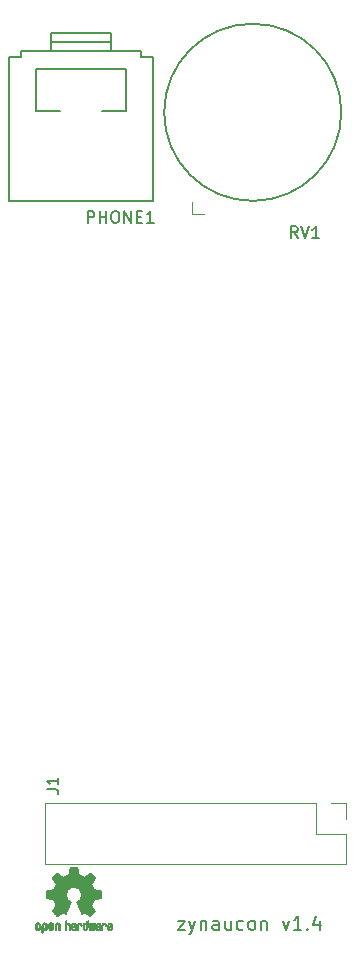
<source format=gbr>
G04 #@! TF.GenerationSoftware,KiCad,Pcbnew,5.0.2-5.fc29*
G04 #@! TF.CreationDate,2021-07-15T17:32:54+02:00*
G04 #@! TF.ProjectId,ZynAudioCon,5a796e41-7564-4696-9f43-6f6e2e6b6963,rev?*
G04 #@! TF.SameCoordinates,Original*
G04 #@! TF.FileFunction,Legend,Top*
G04 #@! TF.FilePolarity,Positive*
%FSLAX46Y46*%
G04 Gerber Fmt 4.6, Leading zero omitted, Abs format (unit mm)*
G04 Created by KiCad (PCBNEW 5.0.2-5.fc29) date jue 15 jul 2021 17:32:54 CEST*
%MOMM*%
%LPD*%
G01*
G04 APERTURE LIST*
%ADD10C,0.130000*%
%ADD11C,0.150000*%
%ADD12C,0.120000*%
%ADD13C,0.010000*%
G04 APERTURE END LIST*
D10*
X93421428Y-121153571D02*
X94023809Y-121153571D01*
X93421428Y-121920238D01*
X94023809Y-121920238D01*
X94352380Y-121153571D02*
X94626190Y-121920238D01*
X94900000Y-121153571D02*
X94626190Y-121920238D01*
X94516666Y-122194047D01*
X94461904Y-122248809D01*
X94352380Y-122303571D01*
X95338095Y-121153571D02*
X95338095Y-121920238D01*
X95338095Y-121263095D02*
X95392857Y-121208333D01*
X95502380Y-121153571D01*
X95666666Y-121153571D01*
X95776190Y-121208333D01*
X95830952Y-121317857D01*
X95830952Y-121920238D01*
X96871428Y-121920238D02*
X96871428Y-121317857D01*
X96816666Y-121208333D01*
X96707142Y-121153571D01*
X96488095Y-121153571D01*
X96378571Y-121208333D01*
X96871428Y-121865476D02*
X96761904Y-121920238D01*
X96488095Y-121920238D01*
X96378571Y-121865476D01*
X96323809Y-121755952D01*
X96323809Y-121646428D01*
X96378571Y-121536904D01*
X96488095Y-121482142D01*
X96761904Y-121482142D01*
X96871428Y-121427380D01*
X97911904Y-121153571D02*
X97911904Y-121920238D01*
X97419047Y-121153571D02*
X97419047Y-121755952D01*
X97473809Y-121865476D01*
X97583333Y-121920238D01*
X97747619Y-121920238D01*
X97857142Y-121865476D01*
X97911904Y-121810714D01*
X98952380Y-121865476D02*
X98842857Y-121920238D01*
X98623809Y-121920238D01*
X98514285Y-121865476D01*
X98459523Y-121810714D01*
X98404761Y-121701190D01*
X98404761Y-121372619D01*
X98459523Y-121263095D01*
X98514285Y-121208333D01*
X98623809Y-121153571D01*
X98842857Y-121153571D01*
X98952380Y-121208333D01*
X99609523Y-121920238D02*
X99500000Y-121865476D01*
X99445238Y-121810714D01*
X99390476Y-121701190D01*
X99390476Y-121372619D01*
X99445238Y-121263095D01*
X99500000Y-121208333D01*
X99609523Y-121153571D01*
X99773809Y-121153571D01*
X99883333Y-121208333D01*
X99938095Y-121263095D01*
X99992857Y-121372619D01*
X99992857Y-121701190D01*
X99938095Y-121810714D01*
X99883333Y-121865476D01*
X99773809Y-121920238D01*
X99609523Y-121920238D01*
X100485714Y-121153571D02*
X100485714Y-121920238D01*
X100485714Y-121263095D02*
X100540476Y-121208333D01*
X100650000Y-121153571D01*
X100814285Y-121153571D01*
X100923809Y-121208333D01*
X100978571Y-121317857D01*
X100978571Y-121920238D01*
X102292857Y-121153571D02*
X102566666Y-121920238D01*
X102840476Y-121153571D01*
X103880952Y-121920238D02*
X103223809Y-121920238D01*
X103552380Y-121920238D02*
X103552380Y-120770238D01*
X103442857Y-120934523D01*
X103333333Y-121044047D01*
X103223809Y-121098809D01*
X104373809Y-121810714D02*
X104428571Y-121865476D01*
X104373809Y-121920238D01*
X104319047Y-121865476D01*
X104373809Y-121810714D01*
X104373809Y-121920238D01*
X105414285Y-121153571D02*
X105414285Y-121920238D01*
X105140476Y-120715476D02*
X104866666Y-121536904D01*
X105578571Y-121536904D01*
D11*
G04 #@! TO.C,PHONE1*
X89060000Y-49018000D02*
X89060000Y-52574000D01*
X90330000Y-47494000D02*
X90330000Y-48002000D01*
X91346000Y-48002000D02*
X90330000Y-48002000D01*
X80170000Y-47748000D02*
X80170000Y-47494000D01*
X82710000Y-45970000D02*
X87790000Y-45970000D01*
X83472000Y-52574000D02*
X81440000Y-52574000D01*
X80170000Y-47494000D02*
X90330000Y-47494000D01*
X82710000Y-46732000D02*
X87790000Y-46732000D01*
X87790000Y-47494000D02*
X87790000Y-45970000D01*
X80170000Y-48002000D02*
X80170000Y-47748000D01*
X82710000Y-45970000D02*
X82710000Y-47494000D01*
X89060000Y-52574000D02*
X87028000Y-52574000D01*
X79154000Y-60194000D02*
X79154000Y-48002000D01*
X91346000Y-60194000D02*
X79154000Y-60194000D01*
X91346000Y-48002000D02*
X91346000Y-60194000D01*
X80170000Y-48002000D02*
X79154000Y-48002000D01*
X81440000Y-49018000D02*
X89060000Y-49018000D01*
X81440000Y-52574000D02*
X81440000Y-49018000D01*
G04 #@! TO.C,RV1*
X107258000Y-52698000D02*
G75*
G03X107258000Y-52698000I-7500000J0D01*
G01*
D12*
X95643700Y-61312300D02*
X94643700Y-61312300D01*
X94643700Y-61312300D02*
X94643700Y-60312300D01*
G04 #@! TO.C,J1*
X107690000Y-111160000D02*
X107690000Y-112490000D01*
X106360000Y-111160000D02*
X107690000Y-111160000D01*
X107690000Y-113760000D02*
X107690000Y-116360000D01*
X105090000Y-113760000D02*
X107690000Y-113760000D01*
X105090000Y-111160000D02*
X105090000Y-113760000D01*
X107690000Y-116360000D02*
X82170000Y-116360000D01*
X105090000Y-111160000D02*
X82170000Y-111160000D01*
X82170000Y-111160000D02*
X82170000Y-116360000D01*
D13*
G04 #@! TO.C,REF\002A\002A*
G36*
X84685910Y-116622348D02*
X84764454Y-116622778D01*
X84821298Y-116623942D01*
X84860105Y-116626207D01*
X84884538Y-116629940D01*
X84898262Y-116635506D01*
X84904940Y-116643273D01*
X84908236Y-116653605D01*
X84908556Y-116654943D01*
X84913562Y-116679079D01*
X84922829Y-116726701D01*
X84935392Y-116792741D01*
X84950287Y-116872128D01*
X84966551Y-116959796D01*
X84967119Y-116962875D01*
X84983410Y-117048789D01*
X84998652Y-117124696D01*
X85011861Y-117186045D01*
X85022054Y-117228282D01*
X85028248Y-117246855D01*
X85028543Y-117247184D01*
X85046788Y-117256253D01*
X85084405Y-117271367D01*
X85133271Y-117289262D01*
X85133543Y-117289358D01*
X85195093Y-117312493D01*
X85267657Y-117341965D01*
X85336057Y-117371597D01*
X85339294Y-117373062D01*
X85450702Y-117423626D01*
X85697399Y-117255160D01*
X85773077Y-117203803D01*
X85841631Y-117157889D01*
X85899088Y-117120030D01*
X85941476Y-117092837D01*
X85964825Y-117078921D01*
X85967042Y-117077889D01*
X85984010Y-117082484D01*
X86015701Y-117104655D01*
X86063352Y-117145447D01*
X86128198Y-117205905D01*
X86194397Y-117270227D01*
X86258214Y-117333612D01*
X86315329Y-117391451D01*
X86362305Y-117440175D01*
X86395703Y-117476210D01*
X86412085Y-117495984D01*
X86412694Y-117497002D01*
X86414505Y-117510572D01*
X86407683Y-117532733D01*
X86390540Y-117566478D01*
X86361393Y-117614800D01*
X86318555Y-117680692D01*
X86261448Y-117765517D01*
X86210766Y-117840177D01*
X86165461Y-117907140D01*
X86128150Y-117962516D01*
X86101452Y-118002420D01*
X86087985Y-118022962D01*
X86087137Y-118024356D01*
X86088781Y-118044038D01*
X86101245Y-118082293D01*
X86122048Y-118131889D01*
X86129462Y-118147728D01*
X86161814Y-118218290D01*
X86196328Y-118298353D01*
X86224365Y-118367629D01*
X86244568Y-118419045D01*
X86260615Y-118458119D01*
X86269888Y-118478541D01*
X86271041Y-118480114D01*
X86288096Y-118482721D01*
X86328298Y-118489863D01*
X86386302Y-118500523D01*
X86456763Y-118513685D01*
X86534335Y-118528333D01*
X86613672Y-118543449D01*
X86689431Y-118558018D01*
X86756264Y-118571022D01*
X86808828Y-118581445D01*
X86841776Y-118588270D01*
X86849857Y-118590199D01*
X86858205Y-118594962D01*
X86864506Y-118605718D01*
X86869045Y-118626098D01*
X86872104Y-118659734D01*
X86873967Y-118710255D01*
X86874918Y-118781292D01*
X86875240Y-118876476D01*
X86875257Y-118915492D01*
X86875257Y-119232799D01*
X86799057Y-119247839D01*
X86756663Y-119255995D01*
X86693400Y-119267899D01*
X86616962Y-119282116D01*
X86535043Y-119297210D01*
X86512400Y-119301355D01*
X86436806Y-119316053D01*
X86370953Y-119330505D01*
X86320366Y-119343375D01*
X86290574Y-119353322D01*
X86285612Y-119356287D01*
X86273426Y-119377283D01*
X86255953Y-119417967D01*
X86236577Y-119470322D01*
X86232734Y-119481600D01*
X86207339Y-119551523D01*
X86175817Y-119630418D01*
X86144969Y-119701266D01*
X86144817Y-119701595D01*
X86093447Y-119812733D01*
X86262399Y-120061253D01*
X86431352Y-120309772D01*
X86214429Y-120527058D01*
X86148819Y-120591726D01*
X86088979Y-120648733D01*
X86038267Y-120695033D01*
X86000046Y-120727584D01*
X85977675Y-120743343D01*
X85974466Y-120744343D01*
X85955626Y-120736469D01*
X85917180Y-120714578D01*
X85863330Y-120681267D01*
X85798276Y-120639131D01*
X85727940Y-120591943D01*
X85656555Y-120543810D01*
X85592908Y-120501928D01*
X85541041Y-120468871D01*
X85504995Y-120447218D01*
X85488867Y-120439543D01*
X85469189Y-120446037D01*
X85431875Y-120463150D01*
X85384621Y-120487326D01*
X85379612Y-120490013D01*
X85315977Y-120521927D01*
X85272341Y-120537579D01*
X85245202Y-120537745D01*
X85231057Y-120523204D01*
X85230975Y-120523000D01*
X85223905Y-120505779D01*
X85207042Y-120464899D01*
X85181695Y-120403525D01*
X85149171Y-120324819D01*
X85110778Y-120231947D01*
X85067822Y-120128072D01*
X85026222Y-120027502D01*
X84980504Y-119916516D01*
X84938526Y-119813703D01*
X84901548Y-119722215D01*
X84870827Y-119645201D01*
X84847622Y-119585815D01*
X84833190Y-119547209D01*
X84828743Y-119532800D01*
X84839896Y-119516272D01*
X84869069Y-119489930D01*
X84907971Y-119460887D01*
X85018757Y-119369039D01*
X85105351Y-119263759D01*
X85166716Y-119147266D01*
X85201815Y-119021776D01*
X85209608Y-118889507D01*
X85203943Y-118828457D01*
X85173078Y-118701795D01*
X85119920Y-118589941D01*
X85047767Y-118494001D01*
X84959917Y-118415076D01*
X84859665Y-118354270D01*
X84750310Y-118312687D01*
X84635147Y-118291428D01*
X84517475Y-118291599D01*
X84400590Y-118314301D01*
X84287789Y-118360638D01*
X84182369Y-118431713D01*
X84138368Y-118471911D01*
X84053979Y-118575129D01*
X83995222Y-118687925D01*
X83961704Y-118807010D01*
X83953035Y-118929095D01*
X83968823Y-119050893D01*
X84008678Y-119169116D01*
X84072207Y-119280475D01*
X84159021Y-119381684D01*
X84256029Y-119460887D01*
X84296437Y-119491162D01*
X84324982Y-119517219D01*
X84335257Y-119532825D01*
X84329877Y-119549843D01*
X84314575Y-119590500D01*
X84290612Y-119651642D01*
X84259244Y-119730119D01*
X84221732Y-119822780D01*
X84179333Y-119926472D01*
X84137663Y-120027526D01*
X84091690Y-120138607D01*
X84049107Y-120241541D01*
X84011221Y-120333165D01*
X83979340Y-120410316D01*
X83954771Y-120469831D01*
X83938820Y-120508544D01*
X83932910Y-120523000D01*
X83918948Y-120537685D01*
X83891940Y-120537642D01*
X83848413Y-120522099D01*
X83784890Y-120490284D01*
X83784388Y-120490013D01*
X83736560Y-120465323D01*
X83697897Y-120447338D01*
X83676095Y-120439614D01*
X83675133Y-120439543D01*
X83658721Y-120447378D01*
X83622487Y-120469165D01*
X83570474Y-120502328D01*
X83506725Y-120544291D01*
X83436060Y-120591943D01*
X83364116Y-120640191D01*
X83299274Y-120682151D01*
X83245735Y-120715227D01*
X83207697Y-120736821D01*
X83189533Y-120744343D01*
X83172808Y-120734457D01*
X83139180Y-120706826D01*
X83092010Y-120664495D01*
X83034658Y-120610505D01*
X82970484Y-120547899D01*
X82949497Y-120526983D01*
X82732499Y-120309623D01*
X82897668Y-120067220D01*
X82947864Y-119992781D01*
X82991919Y-119925972D01*
X83027362Y-119870665D01*
X83051719Y-119830729D01*
X83062522Y-119810036D01*
X83062838Y-119808563D01*
X83057143Y-119789058D01*
X83041826Y-119749822D01*
X83019537Y-119697430D01*
X83003893Y-119662355D01*
X82974641Y-119595201D01*
X82947094Y-119527358D01*
X82925737Y-119470034D01*
X82919935Y-119452572D01*
X82903452Y-119405938D01*
X82887340Y-119369905D01*
X82878490Y-119356287D01*
X82858960Y-119347952D01*
X82816334Y-119336137D01*
X82756145Y-119322181D01*
X82683922Y-119307422D01*
X82651600Y-119301355D01*
X82569522Y-119286273D01*
X82490795Y-119271669D01*
X82423109Y-119258980D01*
X82374160Y-119249642D01*
X82364943Y-119247839D01*
X82288743Y-119232799D01*
X82288743Y-118915492D01*
X82288914Y-118811154D01*
X82289616Y-118732213D01*
X82291134Y-118675038D01*
X82293749Y-118635999D01*
X82297746Y-118611465D01*
X82303409Y-118597805D01*
X82311020Y-118591389D01*
X82314143Y-118590199D01*
X82332978Y-118585980D01*
X82374588Y-118577562D01*
X82433630Y-118565961D01*
X82504757Y-118552195D01*
X82582625Y-118537280D01*
X82661887Y-118522232D01*
X82737198Y-118508069D01*
X82803213Y-118495806D01*
X82854587Y-118486461D01*
X82885975Y-118481050D01*
X82892959Y-118480114D01*
X82899285Y-118467596D01*
X82913290Y-118434246D01*
X82932355Y-118386377D01*
X82939634Y-118367629D01*
X82968996Y-118295195D01*
X83003571Y-118215170D01*
X83034537Y-118147728D01*
X83057323Y-118096159D01*
X83072482Y-118053785D01*
X83077542Y-118027834D01*
X83076736Y-118024356D01*
X83066041Y-118007936D01*
X83041620Y-117971417D01*
X83006095Y-117918687D01*
X82962087Y-117853635D01*
X82912217Y-117780151D01*
X82902356Y-117765645D01*
X82844492Y-117679704D01*
X82801956Y-117614261D01*
X82773054Y-117566304D01*
X82756090Y-117532820D01*
X82749367Y-117510795D01*
X82751190Y-117497217D01*
X82751236Y-117497131D01*
X82765586Y-117479297D01*
X82797323Y-117444817D01*
X82843010Y-117397268D01*
X82899204Y-117340222D01*
X82962468Y-117277255D01*
X82969602Y-117270227D01*
X83049330Y-117193020D01*
X83110857Y-117136330D01*
X83155421Y-117099110D01*
X83184257Y-117080315D01*
X83196958Y-117077889D01*
X83215494Y-117088471D01*
X83253961Y-117112916D01*
X83308386Y-117148612D01*
X83374798Y-117192947D01*
X83449225Y-117243311D01*
X83466601Y-117255160D01*
X83713297Y-117423626D01*
X83824706Y-117373062D01*
X83892457Y-117343595D01*
X83965183Y-117313959D01*
X84027703Y-117290330D01*
X84030457Y-117289358D01*
X84079360Y-117271457D01*
X84117057Y-117256320D01*
X84135425Y-117247210D01*
X84135456Y-117247184D01*
X84141285Y-117230717D01*
X84151192Y-117190219D01*
X84164195Y-117130242D01*
X84179309Y-117055340D01*
X84195552Y-116970064D01*
X84196881Y-116962875D01*
X84213175Y-116875014D01*
X84228133Y-116795260D01*
X84240791Y-116728681D01*
X84250186Y-116680347D01*
X84255354Y-116655325D01*
X84255444Y-116654943D01*
X84258589Y-116644299D01*
X84264704Y-116636262D01*
X84277453Y-116630467D01*
X84300500Y-116626547D01*
X84337509Y-116624135D01*
X84392144Y-116622865D01*
X84468067Y-116622371D01*
X84568944Y-116622286D01*
X84582000Y-116622286D01*
X84685910Y-116622348D01*
X84685910Y-116622348D01*
G37*
X84685910Y-116622348D02*
X84764454Y-116622778D01*
X84821298Y-116623942D01*
X84860105Y-116626207D01*
X84884538Y-116629940D01*
X84898262Y-116635506D01*
X84904940Y-116643273D01*
X84908236Y-116653605D01*
X84908556Y-116654943D01*
X84913562Y-116679079D01*
X84922829Y-116726701D01*
X84935392Y-116792741D01*
X84950287Y-116872128D01*
X84966551Y-116959796D01*
X84967119Y-116962875D01*
X84983410Y-117048789D01*
X84998652Y-117124696D01*
X85011861Y-117186045D01*
X85022054Y-117228282D01*
X85028248Y-117246855D01*
X85028543Y-117247184D01*
X85046788Y-117256253D01*
X85084405Y-117271367D01*
X85133271Y-117289262D01*
X85133543Y-117289358D01*
X85195093Y-117312493D01*
X85267657Y-117341965D01*
X85336057Y-117371597D01*
X85339294Y-117373062D01*
X85450702Y-117423626D01*
X85697399Y-117255160D01*
X85773077Y-117203803D01*
X85841631Y-117157889D01*
X85899088Y-117120030D01*
X85941476Y-117092837D01*
X85964825Y-117078921D01*
X85967042Y-117077889D01*
X85984010Y-117082484D01*
X86015701Y-117104655D01*
X86063352Y-117145447D01*
X86128198Y-117205905D01*
X86194397Y-117270227D01*
X86258214Y-117333612D01*
X86315329Y-117391451D01*
X86362305Y-117440175D01*
X86395703Y-117476210D01*
X86412085Y-117495984D01*
X86412694Y-117497002D01*
X86414505Y-117510572D01*
X86407683Y-117532733D01*
X86390540Y-117566478D01*
X86361393Y-117614800D01*
X86318555Y-117680692D01*
X86261448Y-117765517D01*
X86210766Y-117840177D01*
X86165461Y-117907140D01*
X86128150Y-117962516D01*
X86101452Y-118002420D01*
X86087985Y-118022962D01*
X86087137Y-118024356D01*
X86088781Y-118044038D01*
X86101245Y-118082293D01*
X86122048Y-118131889D01*
X86129462Y-118147728D01*
X86161814Y-118218290D01*
X86196328Y-118298353D01*
X86224365Y-118367629D01*
X86244568Y-118419045D01*
X86260615Y-118458119D01*
X86269888Y-118478541D01*
X86271041Y-118480114D01*
X86288096Y-118482721D01*
X86328298Y-118489863D01*
X86386302Y-118500523D01*
X86456763Y-118513685D01*
X86534335Y-118528333D01*
X86613672Y-118543449D01*
X86689431Y-118558018D01*
X86756264Y-118571022D01*
X86808828Y-118581445D01*
X86841776Y-118588270D01*
X86849857Y-118590199D01*
X86858205Y-118594962D01*
X86864506Y-118605718D01*
X86869045Y-118626098D01*
X86872104Y-118659734D01*
X86873967Y-118710255D01*
X86874918Y-118781292D01*
X86875240Y-118876476D01*
X86875257Y-118915492D01*
X86875257Y-119232799D01*
X86799057Y-119247839D01*
X86756663Y-119255995D01*
X86693400Y-119267899D01*
X86616962Y-119282116D01*
X86535043Y-119297210D01*
X86512400Y-119301355D01*
X86436806Y-119316053D01*
X86370953Y-119330505D01*
X86320366Y-119343375D01*
X86290574Y-119353322D01*
X86285612Y-119356287D01*
X86273426Y-119377283D01*
X86255953Y-119417967D01*
X86236577Y-119470322D01*
X86232734Y-119481600D01*
X86207339Y-119551523D01*
X86175817Y-119630418D01*
X86144969Y-119701266D01*
X86144817Y-119701595D01*
X86093447Y-119812733D01*
X86262399Y-120061253D01*
X86431352Y-120309772D01*
X86214429Y-120527058D01*
X86148819Y-120591726D01*
X86088979Y-120648733D01*
X86038267Y-120695033D01*
X86000046Y-120727584D01*
X85977675Y-120743343D01*
X85974466Y-120744343D01*
X85955626Y-120736469D01*
X85917180Y-120714578D01*
X85863330Y-120681267D01*
X85798276Y-120639131D01*
X85727940Y-120591943D01*
X85656555Y-120543810D01*
X85592908Y-120501928D01*
X85541041Y-120468871D01*
X85504995Y-120447218D01*
X85488867Y-120439543D01*
X85469189Y-120446037D01*
X85431875Y-120463150D01*
X85384621Y-120487326D01*
X85379612Y-120490013D01*
X85315977Y-120521927D01*
X85272341Y-120537579D01*
X85245202Y-120537745D01*
X85231057Y-120523204D01*
X85230975Y-120523000D01*
X85223905Y-120505779D01*
X85207042Y-120464899D01*
X85181695Y-120403525D01*
X85149171Y-120324819D01*
X85110778Y-120231947D01*
X85067822Y-120128072D01*
X85026222Y-120027502D01*
X84980504Y-119916516D01*
X84938526Y-119813703D01*
X84901548Y-119722215D01*
X84870827Y-119645201D01*
X84847622Y-119585815D01*
X84833190Y-119547209D01*
X84828743Y-119532800D01*
X84839896Y-119516272D01*
X84869069Y-119489930D01*
X84907971Y-119460887D01*
X85018757Y-119369039D01*
X85105351Y-119263759D01*
X85166716Y-119147266D01*
X85201815Y-119021776D01*
X85209608Y-118889507D01*
X85203943Y-118828457D01*
X85173078Y-118701795D01*
X85119920Y-118589941D01*
X85047767Y-118494001D01*
X84959917Y-118415076D01*
X84859665Y-118354270D01*
X84750310Y-118312687D01*
X84635147Y-118291428D01*
X84517475Y-118291599D01*
X84400590Y-118314301D01*
X84287789Y-118360638D01*
X84182369Y-118431713D01*
X84138368Y-118471911D01*
X84053979Y-118575129D01*
X83995222Y-118687925D01*
X83961704Y-118807010D01*
X83953035Y-118929095D01*
X83968823Y-119050893D01*
X84008678Y-119169116D01*
X84072207Y-119280475D01*
X84159021Y-119381684D01*
X84256029Y-119460887D01*
X84296437Y-119491162D01*
X84324982Y-119517219D01*
X84335257Y-119532825D01*
X84329877Y-119549843D01*
X84314575Y-119590500D01*
X84290612Y-119651642D01*
X84259244Y-119730119D01*
X84221732Y-119822780D01*
X84179333Y-119926472D01*
X84137663Y-120027526D01*
X84091690Y-120138607D01*
X84049107Y-120241541D01*
X84011221Y-120333165D01*
X83979340Y-120410316D01*
X83954771Y-120469831D01*
X83938820Y-120508544D01*
X83932910Y-120523000D01*
X83918948Y-120537685D01*
X83891940Y-120537642D01*
X83848413Y-120522099D01*
X83784890Y-120490284D01*
X83784388Y-120490013D01*
X83736560Y-120465323D01*
X83697897Y-120447338D01*
X83676095Y-120439614D01*
X83675133Y-120439543D01*
X83658721Y-120447378D01*
X83622487Y-120469165D01*
X83570474Y-120502328D01*
X83506725Y-120544291D01*
X83436060Y-120591943D01*
X83364116Y-120640191D01*
X83299274Y-120682151D01*
X83245735Y-120715227D01*
X83207697Y-120736821D01*
X83189533Y-120744343D01*
X83172808Y-120734457D01*
X83139180Y-120706826D01*
X83092010Y-120664495D01*
X83034658Y-120610505D01*
X82970484Y-120547899D01*
X82949497Y-120526983D01*
X82732499Y-120309623D01*
X82897668Y-120067220D01*
X82947864Y-119992781D01*
X82991919Y-119925972D01*
X83027362Y-119870665D01*
X83051719Y-119830729D01*
X83062522Y-119810036D01*
X83062838Y-119808563D01*
X83057143Y-119789058D01*
X83041826Y-119749822D01*
X83019537Y-119697430D01*
X83003893Y-119662355D01*
X82974641Y-119595201D01*
X82947094Y-119527358D01*
X82925737Y-119470034D01*
X82919935Y-119452572D01*
X82903452Y-119405938D01*
X82887340Y-119369905D01*
X82878490Y-119356287D01*
X82858960Y-119347952D01*
X82816334Y-119336137D01*
X82756145Y-119322181D01*
X82683922Y-119307422D01*
X82651600Y-119301355D01*
X82569522Y-119286273D01*
X82490795Y-119271669D01*
X82423109Y-119258980D01*
X82374160Y-119249642D01*
X82364943Y-119247839D01*
X82288743Y-119232799D01*
X82288743Y-118915492D01*
X82288914Y-118811154D01*
X82289616Y-118732213D01*
X82291134Y-118675038D01*
X82293749Y-118635999D01*
X82297746Y-118611465D01*
X82303409Y-118597805D01*
X82311020Y-118591389D01*
X82314143Y-118590199D01*
X82332978Y-118585980D01*
X82374588Y-118577562D01*
X82433630Y-118565961D01*
X82504757Y-118552195D01*
X82582625Y-118537280D01*
X82661887Y-118522232D01*
X82737198Y-118508069D01*
X82803213Y-118495806D01*
X82854587Y-118486461D01*
X82885975Y-118481050D01*
X82892959Y-118480114D01*
X82899285Y-118467596D01*
X82913290Y-118434246D01*
X82932355Y-118386377D01*
X82939634Y-118367629D01*
X82968996Y-118295195D01*
X83003571Y-118215170D01*
X83034537Y-118147728D01*
X83057323Y-118096159D01*
X83072482Y-118053785D01*
X83077542Y-118027834D01*
X83076736Y-118024356D01*
X83066041Y-118007936D01*
X83041620Y-117971417D01*
X83006095Y-117918687D01*
X82962087Y-117853635D01*
X82912217Y-117780151D01*
X82902356Y-117765645D01*
X82844492Y-117679704D01*
X82801956Y-117614261D01*
X82773054Y-117566304D01*
X82756090Y-117532820D01*
X82749367Y-117510795D01*
X82751190Y-117497217D01*
X82751236Y-117497131D01*
X82765586Y-117479297D01*
X82797323Y-117444817D01*
X82843010Y-117397268D01*
X82899204Y-117340222D01*
X82962468Y-117277255D01*
X82969602Y-117270227D01*
X83049330Y-117193020D01*
X83110857Y-117136330D01*
X83155421Y-117099110D01*
X83184257Y-117080315D01*
X83196958Y-117077889D01*
X83215494Y-117088471D01*
X83253961Y-117112916D01*
X83308386Y-117148612D01*
X83374798Y-117192947D01*
X83449225Y-117243311D01*
X83466601Y-117255160D01*
X83713297Y-117423626D01*
X83824706Y-117373062D01*
X83892457Y-117343595D01*
X83965183Y-117313959D01*
X84027703Y-117290330D01*
X84030457Y-117289358D01*
X84079360Y-117271457D01*
X84117057Y-117256320D01*
X84135425Y-117247210D01*
X84135456Y-117247184D01*
X84141285Y-117230717D01*
X84151192Y-117190219D01*
X84164195Y-117130242D01*
X84179309Y-117055340D01*
X84195552Y-116970064D01*
X84196881Y-116962875D01*
X84213175Y-116875014D01*
X84228133Y-116795260D01*
X84240791Y-116728681D01*
X84250186Y-116680347D01*
X84255354Y-116655325D01*
X84255444Y-116654943D01*
X84258589Y-116644299D01*
X84264704Y-116636262D01*
X84277453Y-116630467D01*
X84300500Y-116626547D01*
X84337509Y-116624135D01*
X84392144Y-116622865D01*
X84468067Y-116622371D01*
X84568944Y-116622286D01*
X84582000Y-116622286D01*
X84685910Y-116622348D01*
G36*
X87735595Y-121346966D02*
X87793021Y-121384497D01*
X87820719Y-121418096D01*
X87842662Y-121479064D01*
X87844405Y-121527308D01*
X87840457Y-121591816D01*
X87691686Y-121656934D01*
X87619349Y-121690202D01*
X87572084Y-121716964D01*
X87547507Y-121740144D01*
X87543237Y-121762667D01*
X87556889Y-121787455D01*
X87571943Y-121803886D01*
X87615746Y-121830235D01*
X87663389Y-121832081D01*
X87707145Y-121811546D01*
X87739289Y-121770752D01*
X87745038Y-121756347D01*
X87772576Y-121711356D01*
X87804258Y-121692182D01*
X87847714Y-121675779D01*
X87847714Y-121737966D01*
X87843872Y-121780283D01*
X87828823Y-121815969D01*
X87797280Y-121856943D01*
X87792592Y-121862267D01*
X87757506Y-121898720D01*
X87727347Y-121918283D01*
X87689615Y-121927283D01*
X87658335Y-121930230D01*
X87602385Y-121930965D01*
X87562555Y-121921660D01*
X87537708Y-121907846D01*
X87498656Y-121877467D01*
X87471625Y-121844613D01*
X87454517Y-121803294D01*
X87445238Y-121747521D01*
X87441693Y-121671305D01*
X87441410Y-121632622D01*
X87442372Y-121586247D01*
X87530007Y-121586247D01*
X87531023Y-121611126D01*
X87533556Y-121615200D01*
X87550274Y-121609665D01*
X87586249Y-121595017D01*
X87634331Y-121574190D01*
X87644386Y-121569714D01*
X87705152Y-121538814D01*
X87738632Y-121511657D01*
X87745990Y-121486220D01*
X87728391Y-121460481D01*
X87713856Y-121449109D01*
X87661410Y-121426364D01*
X87612322Y-121430122D01*
X87571227Y-121457884D01*
X87542758Y-121507152D01*
X87533631Y-121546257D01*
X87530007Y-121586247D01*
X87442372Y-121586247D01*
X87443285Y-121542249D01*
X87450196Y-121475384D01*
X87463884Y-121426695D01*
X87486096Y-121390849D01*
X87518574Y-121362513D01*
X87532733Y-121353355D01*
X87597053Y-121329507D01*
X87667473Y-121328006D01*
X87735595Y-121346966D01*
X87735595Y-121346966D01*
G37*
X87735595Y-121346966D02*
X87793021Y-121384497D01*
X87820719Y-121418096D01*
X87842662Y-121479064D01*
X87844405Y-121527308D01*
X87840457Y-121591816D01*
X87691686Y-121656934D01*
X87619349Y-121690202D01*
X87572084Y-121716964D01*
X87547507Y-121740144D01*
X87543237Y-121762667D01*
X87556889Y-121787455D01*
X87571943Y-121803886D01*
X87615746Y-121830235D01*
X87663389Y-121832081D01*
X87707145Y-121811546D01*
X87739289Y-121770752D01*
X87745038Y-121756347D01*
X87772576Y-121711356D01*
X87804258Y-121692182D01*
X87847714Y-121675779D01*
X87847714Y-121737966D01*
X87843872Y-121780283D01*
X87828823Y-121815969D01*
X87797280Y-121856943D01*
X87792592Y-121862267D01*
X87757506Y-121898720D01*
X87727347Y-121918283D01*
X87689615Y-121927283D01*
X87658335Y-121930230D01*
X87602385Y-121930965D01*
X87562555Y-121921660D01*
X87537708Y-121907846D01*
X87498656Y-121877467D01*
X87471625Y-121844613D01*
X87454517Y-121803294D01*
X87445238Y-121747521D01*
X87441693Y-121671305D01*
X87441410Y-121632622D01*
X87442372Y-121586247D01*
X87530007Y-121586247D01*
X87531023Y-121611126D01*
X87533556Y-121615200D01*
X87550274Y-121609665D01*
X87586249Y-121595017D01*
X87634331Y-121574190D01*
X87644386Y-121569714D01*
X87705152Y-121538814D01*
X87738632Y-121511657D01*
X87745990Y-121486220D01*
X87728391Y-121460481D01*
X87713856Y-121449109D01*
X87661410Y-121426364D01*
X87612322Y-121430122D01*
X87571227Y-121457884D01*
X87542758Y-121507152D01*
X87533631Y-121546257D01*
X87530007Y-121586247D01*
X87442372Y-121586247D01*
X87443285Y-121542249D01*
X87450196Y-121475384D01*
X87463884Y-121426695D01*
X87486096Y-121390849D01*
X87518574Y-121362513D01*
X87532733Y-121353355D01*
X87597053Y-121329507D01*
X87667473Y-121328006D01*
X87735595Y-121346966D01*
G36*
X87234600Y-121338752D02*
X87251948Y-121346334D01*
X87293356Y-121379128D01*
X87328765Y-121426547D01*
X87350664Y-121477151D01*
X87354229Y-121502098D01*
X87342279Y-121536927D01*
X87316067Y-121555357D01*
X87287964Y-121566516D01*
X87275095Y-121568572D01*
X87268829Y-121553649D01*
X87256456Y-121521175D01*
X87251028Y-121506502D01*
X87220590Y-121455744D01*
X87176520Y-121430427D01*
X87120010Y-121431206D01*
X87115825Y-121432203D01*
X87085655Y-121446507D01*
X87063476Y-121474393D01*
X87048327Y-121519287D01*
X87039250Y-121584615D01*
X87035286Y-121673804D01*
X87034914Y-121721261D01*
X87034730Y-121796071D01*
X87033522Y-121847069D01*
X87030309Y-121879471D01*
X87024109Y-121898495D01*
X87013940Y-121909356D01*
X86998819Y-121917272D01*
X86997946Y-121917670D01*
X86968828Y-121929981D01*
X86954403Y-121934514D01*
X86952186Y-121920809D01*
X86950289Y-121882925D01*
X86948847Y-121825715D01*
X86947998Y-121754027D01*
X86947829Y-121701565D01*
X86948692Y-121600047D01*
X86952070Y-121523032D01*
X86959142Y-121466023D01*
X86971088Y-121424526D01*
X86989090Y-121394043D01*
X87014327Y-121370080D01*
X87039247Y-121353355D01*
X87099171Y-121331097D01*
X87168911Y-121326076D01*
X87234600Y-121338752D01*
X87234600Y-121338752D01*
G37*
X87234600Y-121338752D02*
X87251948Y-121346334D01*
X87293356Y-121379128D01*
X87328765Y-121426547D01*
X87350664Y-121477151D01*
X87354229Y-121502098D01*
X87342279Y-121536927D01*
X87316067Y-121555357D01*
X87287964Y-121566516D01*
X87275095Y-121568572D01*
X87268829Y-121553649D01*
X87256456Y-121521175D01*
X87251028Y-121506502D01*
X87220590Y-121455744D01*
X87176520Y-121430427D01*
X87120010Y-121431206D01*
X87115825Y-121432203D01*
X87085655Y-121446507D01*
X87063476Y-121474393D01*
X87048327Y-121519287D01*
X87039250Y-121584615D01*
X87035286Y-121673804D01*
X87034914Y-121721261D01*
X87034730Y-121796071D01*
X87033522Y-121847069D01*
X87030309Y-121879471D01*
X87024109Y-121898495D01*
X87013940Y-121909356D01*
X86998819Y-121917272D01*
X86997946Y-121917670D01*
X86968828Y-121929981D01*
X86954403Y-121934514D01*
X86952186Y-121920809D01*
X86950289Y-121882925D01*
X86948847Y-121825715D01*
X86947998Y-121754027D01*
X86947829Y-121701565D01*
X86948692Y-121600047D01*
X86952070Y-121523032D01*
X86959142Y-121466023D01*
X86971088Y-121424526D01*
X86989090Y-121394043D01*
X87014327Y-121370080D01*
X87039247Y-121353355D01*
X87099171Y-121331097D01*
X87168911Y-121326076D01*
X87234600Y-121338752D01*
G36*
X86726876Y-121336335D02*
X86768667Y-121355344D01*
X86801469Y-121378378D01*
X86825503Y-121404133D01*
X86842097Y-121437358D01*
X86852577Y-121482800D01*
X86858271Y-121545207D01*
X86860507Y-121629327D01*
X86860743Y-121684721D01*
X86860743Y-121900826D01*
X86823774Y-121917670D01*
X86794656Y-121929981D01*
X86780231Y-121934514D01*
X86777472Y-121921025D01*
X86775282Y-121884653D01*
X86773942Y-121831542D01*
X86773657Y-121789372D01*
X86772434Y-121728447D01*
X86769136Y-121680115D01*
X86764321Y-121650518D01*
X86760496Y-121644229D01*
X86734783Y-121650652D01*
X86694418Y-121667125D01*
X86647679Y-121689458D01*
X86602845Y-121713457D01*
X86568193Y-121734930D01*
X86552002Y-121749685D01*
X86551938Y-121749845D01*
X86553330Y-121777152D01*
X86565818Y-121803219D01*
X86587743Y-121824392D01*
X86619743Y-121831474D01*
X86647092Y-121830649D01*
X86685826Y-121830042D01*
X86706158Y-121839116D01*
X86718369Y-121863092D01*
X86719909Y-121867613D01*
X86725203Y-121901806D01*
X86711047Y-121922568D01*
X86674148Y-121932462D01*
X86634289Y-121934292D01*
X86562562Y-121920727D01*
X86525432Y-121901355D01*
X86479576Y-121855845D01*
X86455256Y-121799983D01*
X86453073Y-121740957D01*
X86473629Y-121685953D01*
X86504549Y-121651486D01*
X86535420Y-121632189D01*
X86583942Y-121607759D01*
X86640485Y-121582985D01*
X86649910Y-121579199D01*
X86712019Y-121551791D01*
X86747822Y-121527634D01*
X86759337Y-121503619D01*
X86748580Y-121476635D01*
X86730114Y-121455543D01*
X86686469Y-121429572D01*
X86638446Y-121427624D01*
X86594406Y-121447637D01*
X86562709Y-121487551D01*
X86558549Y-121497848D01*
X86534327Y-121535724D01*
X86498965Y-121563842D01*
X86454343Y-121586917D01*
X86454343Y-121521485D01*
X86456969Y-121481506D01*
X86468230Y-121449997D01*
X86493199Y-121416378D01*
X86517169Y-121390484D01*
X86554441Y-121353817D01*
X86583401Y-121334121D01*
X86614505Y-121326220D01*
X86649713Y-121324914D01*
X86726876Y-121336335D01*
X86726876Y-121336335D01*
G37*
X86726876Y-121336335D02*
X86768667Y-121355344D01*
X86801469Y-121378378D01*
X86825503Y-121404133D01*
X86842097Y-121437358D01*
X86852577Y-121482800D01*
X86858271Y-121545207D01*
X86860507Y-121629327D01*
X86860743Y-121684721D01*
X86860743Y-121900826D01*
X86823774Y-121917670D01*
X86794656Y-121929981D01*
X86780231Y-121934514D01*
X86777472Y-121921025D01*
X86775282Y-121884653D01*
X86773942Y-121831542D01*
X86773657Y-121789372D01*
X86772434Y-121728447D01*
X86769136Y-121680115D01*
X86764321Y-121650518D01*
X86760496Y-121644229D01*
X86734783Y-121650652D01*
X86694418Y-121667125D01*
X86647679Y-121689458D01*
X86602845Y-121713457D01*
X86568193Y-121734930D01*
X86552002Y-121749685D01*
X86551938Y-121749845D01*
X86553330Y-121777152D01*
X86565818Y-121803219D01*
X86587743Y-121824392D01*
X86619743Y-121831474D01*
X86647092Y-121830649D01*
X86685826Y-121830042D01*
X86706158Y-121839116D01*
X86718369Y-121863092D01*
X86719909Y-121867613D01*
X86725203Y-121901806D01*
X86711047Y-121922568D01*
X86674148Y-121932462D01*
X86634289Y-121934292D01*
X86562562Y-121920727D01*
X86525432Y-121901355D01*
X86479576Y-121855845D01*
X86455256Y-121799983D01*
X86453073Y-121740957D01*
X86473629Y-121685953D01*
X86504549Y-121651486D01*
X86535420Y-121632189D01*
X86583942Y-121607759D01*
X86640485Y-121582985D01*
X86649910Y-121579199D01*
X86712019Y-121551791D01*
X86747822Y-121527634D01*
X86759337Y-121503619D01*
X86748580Y-121476635D01*
X86730114Y-121455543D01*
X86686469Y-121429572D01*
X86638446Y-121427624D01*
X86594406Y-121447637D01*
X86562709Y-121487551D01*
X86558549Y-121497848D01*
X86534327Y-121535724D01*
X86498965Y-121563842D01*
X86454343Y-121586917D01*
X86454343Y-121521485D01*
X86456969Y-121481506D01*
X86468230Y-121449997D01*
X86493199Y-121416378D01*
X86517169Y-121390484D01*
X86554441Y-121353817D01*
X86583401Y-121334121D01*
X86614505Y-121326220D01*
X86649713Y-121324914D01*
X86726876Y-121336335D01*
G36*
X86361833Y-121338663D02*
X86364048Y-121376850D01*
X86365784Y-121434886D01*
X86366899Y-121508180D01*
X86367257Y-121585055D01*
X86367257Y-121845196D01*
X86321326Y-121891127D01*
X86289675Y-121919429D01*
X86261890Y-121930893D01*
X86223915Y-121930168D01*
X86208840Y-121928321D01*
X86161726Y-121922948D01*
X86122756Y-121919869D01*
X86113257Y-121919585D01*
X86081233Y-121921445D01*
X86035432Y-121926114D01*
X86017674Y-121928321D01*
X85974057Y-121931735D01*
X85944745Y-121924320D01*
X85915680Y-121901427D01*
X85905188Y-121891127D01*
X85859257Y-121845196D01*
X85859257Y-121358602D01*
X85896226Y-121341758D01*
X85928059Y-121329282D01*
X85946683Y-121324914D01*
X85951458Y-121338718D01*
X85955921Y-121377286D01*
X85959775Y-121436356D01*
X85962722Y-121511663D01*
X85964143Y-121575286D01*
X85968114Y-121825657D01*
X86002759Y-121830556D01*
X86034268Y-121827131D01*
X86049708Y-121816041D01*
X86054023Y-121795308D01*
X86057708Y-121751145D01*
X86060469Y-121689146D01*
X86062012Y-121614909D01*
X86062235Y-121576706D01*
X86062457Y-121356783D01*
X86108166Y-121340849D01*
X86140518Y-121330015D01*
X86158115Y-121324962D01*
X86158623Y-121324914D01*
X86160388Y-121338648D01*
X86162329Y-121376730D01*
X86164282Y-121434482D01*
X86166084Y-121507227D01*
X86167343Y-121575286D01*
X86171314Y-121825657D01*
X86258400Y-121825657D01*
X86262396Y-121597240D01*
X86266392Y-121368822D01*
X86308847Y-121346868D01*
X86340192Y-121331793D01*
X86358744Y-121324951D01*
X86359279Y-121324914D01*
X86361833Y-121338663D01*
X86361833Y-121338663D01*
G37*
X86361833Y-121338663D02*
X86364048Y-121376850D01*
X86365784Y-121434886D01*
X86366899Y-121508180D01*
X86367257Y-121585055D01*
X86367257Y-121845196D01*
X86321326Y-121891127D01*
X86289675Y-121919429D01*
X86261890Y-121930893D01*
X86223915Y-121930168D01*
X86208840Y-121928321D01*
X86161726Y-121922948D01*
X86122756Y-121919869D01*
X86113257Y-121919585D01*
X86081233Y-121921445D01*
X86035432Y-121926114D01*
X86017674Y-121928321D01*
X85974057Y-121931735D01*
X85944745Y-121924320D01*
X85915680Y-121901427D01*
X85905188Y-121891127D01*
X85859257Y-121845196D01*
X85859257Y-121358602D01*
X85896226Y-121341758D01*
X85928059Y-121329282D01*
X85946683Y-121324914D01*
X85951458Y-121338718D01*
X85955921Y-121377286D01*
X85959775Y-121436356D01*
X85962722Y-121511663D01*
X85964143Y-121575286D01*
X85968114Y-121825657D01*
X86002759Y-121830556D01*
X86034268Y-121827131D01*
X86049708Y-121816041D01*
X86054023Y-121795308D01*
X86057708Y-121751145D01*
X86060469Y-121689146D01*
X86062012Y-121614909D01*
X86062235Y-121576706D01*
X86062457Y-121356783D01*
X86108166Y-121340849D01*
X86140518Y-121330015D01*
X86158115Y-121324962D01*
X86158623Y-121324914D01*
X86160388Y-121338648D01*
X86162329Y-121376730D01*
X86164282Y-121434482D01*
X86166084Y-121507227D01*
X86167343Y-121575286D01*
X86171314Y-121825657D01*
X86258400Y-121825657D01*
X86262396Y-121597240D01*
X86266392Y-121368822D01*
X86308847Y-121346868D01*
X86340192Y-121331793D01*
X86358744Y-121324951D01*
X86359279Y-121324914D01*
X86361833Y-121338663D01*
G36*
X85772117Y-121445358D02*
X85771933Y-121553837D01*
X85771219Y-121637287D01*
X85769675Y-121699704D01*
X85767001Y-121745085D01*
X85762894Y-121777429D01*
X85757055Y-121800733D01*
X85749182Y-121818995D01*
X85743221Y-121829418D01*
X85693855Y-121885945D01*
X85631264Y-121921377D01*
X85562013Y-121934090D01*
X85492668Y-121922463D01*
X85451375Y-121901568D01*
X85408025Y-121865422D01*
X85378481Y-121821276D01*
X85360655Y-121763462D01*
X85352463Y-121686313D01*
X85351302Y-121629714D01*
X85351458Y-121625647D01*
X85452857Y-121625647D01*
X85453476Y-121690550D01*
X85456314Y-121733514D01*
X85462840Y-121761622D01*
X85474523Y-121781953D01*
X85488483Y-121797288D01*
X85535365Y-121826890D01*
X85585701Y-121829419D01*
X85633276Y-121804705D01*
X85636979Y-121801356D01*
X85652783Y-121783935D01*
X85662693Y-121763209D01*
X85668058Y-121732362D01*
X85670228Y-121684577D01*
X85670571Y-121631748D01*
X85669827Y-121565381D01*
X85666748Y-121521106D01*
X85660061Y-121492009D01*
X85648496Y-121471173D01*
X85639013Y-121460107D01*
X85594960Y-121432198D01*
X85544224Y-121428843D01*
X85495796Y-121450159D01*
X85486450Y-121458073D01*
X85470540Y-121475647D01*
X85460610Y-121496587D01*
X85455278Y-121527782D01*
X85453163Y-121576122D01*
X85452857Y-121625647D01*
X85351458Y-121625647D01*
X85354810Y-121538568D01*
X85366726Y-121470086D01*
X85389135Y-121418600D01*
X85424124Y-121378443D01*
X85451375Y-121357861D01*
X85500907Y-121335625D01*
X85558316Y-121325304D01*
X85611682Y-121328067D01*
X85641543Y-121339212D01*
X85653261Y-121342383D01*
X85661037Y-121330557D01*
X85666465Y-121298866D01*
X85670571Y-121250593D01*
X85675067Y-121196829D01*
X85681313Y-121164482D01*
X85692676Y-121145985D01*
X85712528Y-121133770D01*
X85725000Y-121128362D01*
X85772171Y-121108601D01*
X85772117Y-121445358D01*
X85772117Y-121445358D01*
G37*
X85772117Y-121445358D02*
X85771933Y-121553837D01*
X85771219Y-121637287D01*
X85769675Y-121699704D01*
X85767001Y-121745085D01*
X85762894Y-121777429D01*
X85757055Y-121800733D01*
X85749182Y-121818995D01*
X85743221Y-121829418D01*
X85693855Y-121885945D01*
X85631264Y-121921377D01*
X85562013Y-121934090D01*
X85492668Y-121922463D01*
X85451375Y-121901568D01*
X85408025Y-121865422D01*
X85378481Y-121821276D01*
X85360655Y-121763462D01*
X85352463Y-121686313D01*
X85351302Y-121629714D01*
X85351458Y-121625647D01*
X85452857Y-121625647D01*
X85453476Y-121690550D01*
X85456314Y-121733514D01*
X85462840Y-121761622D01*
X85474523Y-121781953D01*
X85488483Y-121797288D01*
X85535365Y-121826890D01*
X85585701Y-121829419D01*
X85633276Y-121804705D01*
X85636979Y-121801356D01*
X85652783Y-121783935D01*
X85662693Y-121763209D01*
X85668058Y-121732362D01*
X85670228Y-121684577D01*
X85670571Y-121631748D01*
X85669827Y-121565381D01*
X85666748Y-121521106D01*
X85660061Y-121492009D01*
X85648496Y-121471173D01*
X85639013Y-121460107D01*
X85594960Y-121432198D01*
X85544224Y-121428843D01*
X85495796Y-121450159D01*
X85486450Y-121458073D01*
X85470540Y-121475647D01*
X85460610Y-121496587D01*
X85455278Y-121527782D01*
X85453163Y-121576122D01*
X85452857Y-121625647D01*
X85351458Y-121625647D01*
X85354810Y-121538568D01*
X85366726Y-121470086D01*
X85389135Y-121418600D01*
X85424124Y-121378443D01*
X85451375Y-121357861D01*
X85500907Y-121335625D01*
X85558316Y-121325304D01*
X85611682Y-121328067D01*
X85641543Y-121339212D01*
X85653261Y-121342383D01*
X85661037Y-121330557D01*
X85666465Y-121298866D01*
X85670571Y-121250593D01*
X85675067Y-121196829D01*
X85681313Y-121164482D01*
X85692676Y-121145985D01*
X85712528Y-121133770D01*
X85725000Y-121128362D01*
X85772171Y-121108601D01*
X85772117Y-121445358D01*
G36*
X85111926Y-121329755D02*
X85177858Y-121354084D01*
X85231273Y-121397117D01*
X85252164Y-121427409D01*
X85274939Y-121482994D01*
X85274466Y-121523186D01*
X85250562Y-121550217D01*
X85241717Y-121554813D01*
X85203530Y-121569144D01*
X85184028Y-121565472D01*
X85177422Y-121541407D01*
X85177086Y-121528114D01*
X85164992Y-121479210D01*
X85133471Y-121444999D01*
X85089659Y-121428476D01*
X85040695Y-121432634D01*
X85000894Y-121454227D01*
X84987450Y-121466544D01*
X84977921Y-121481487D01*
X84971485Y-121504075D01*
X84967317Y-121539328D01*
X84964597Y-121592266D01*
X84962502Y-121667907D01*
X84961960Y-121691857D01*
X84959981Y-121773790D01*
X84957731Y-121831455D01*
X84954357Y-121869608D01*
X84949006Y-121893004D01*
X84940824Y-121906398D01*
X84928959Y-121914545D01*
X84921362Y-121918144D01*
X84889102Y-121930452D01*
X84870111Y-121934514D01*
X84863836Y-121920948D01*
X84860006Y-121879934D01*
X84858600Y-121810999D01*
X84859598Y-121713669D01*
X84859908Y-121698657D01*
X84862101Y-121609859D01*
X84864693Y-121545019D01*
X84868382Y-121499067D01*
X84873864Y-121466935D01*
X84881835Y-121443553D01*
X84892993Y-121423852D01*
X84898830Y-121415410D01*
X84932296Y-121378057D01*
X84969727Y-121349003D01*
X84974309Y-121346467D01*
X85041426Y-121326443D01*
X85111926Y-121329755D01*
X85111926Y-121329755D01*
G37*
X85111926Y-121329755D02*
X85177858Y-121354084D01*
X85231273Y-121397117D01*
X85252164Y-121427409D01*
X85274939Y-121482994D01*
X85274466Y-121523186D01*
X85250562Y-121550217D01*
X85241717Y-121554813D01*
X85203530Y-121569144D01*
X85184028Y-121565472D01*
X85177422Y-121541407D01*
X85177086Y-121528114D01*
X85164992Y-121479210D01*
X85133471Y-121444999D01*
X85089659Y-121428476D01*
X85040695Y-121432634D01*
X85000894Y-121454227D01*
X84987450Y-121466544D01*
X84977921Y-121481487D01*
X84971485Y-121504075D01*
X84967317Y-121539328D01*
X84964597Y-121592266D01*
X84962502Y-121667907D01*
X84961960Y-121691857D01*
X84959981Y-121773790D01*
X84957731Y-121831455D01*
X84954357Y-121869608D01*
X84949006Y-121893004D01*
X84940824Y-121906398D01*
X84928959Y-121914545D01*
X84921362Y-121918144D01*
X84889102Y-121930452D01*
X84870111Y-121934514D01*
X84863836Y-121920948D01*
X84860006Y-121879934D01*
X84858600Y-121810999D01*
X84859598Y-121713669D01*
X84859908Y-121698657D01*
X84862101Y-121609859D01*
X84864693Y-121545019D01*
X84868382Y-121499067D01*
X84873864Y-121466935D01*
X84881835Y-121443553D01*
X84892993Y-121423852D01*
X84898830Y-121415410D01*
X84932296Y-121378057D01*
X84969727Y-121349003D01*
X84974309Y-121346467D01*
X85041426Y-121326443D01*
X85111926Y-121329755D01*
G36*
X84621744Y-121330968D02*
X84678616Y-121352087D01*
X84679267Y-121352493D01*
X84714440Y-121378380D01*
X84740407Y-121408633D01*
X84758670Y-121448058D01*
X84770732Y-121501462D01*
X84778096Y-121573651D01*
X84782264Y-121669432D01*
X84782629Y-121683078D01*
X84787876Y-121888842D01*
X84743716Y-121911678D01*
X84711763Y-121927110D01*
X84692470Y-121934423D01*
X84691578Y-121934514D01*
X84688239Y-121921022D01*
X84685587Y-121884626D01*
X84683956Y-121831452D01*
X84683600Y-121788393D01*
X84683592Y-121718641D01*
X84680403Y-121674837D01*
X84669288Y-121653944D01*
X84645501Y-121652925D01*
X84604296Y-121668741D01*
X84542086Y-121697815D01*
X84496341Y-121721963D01*
X84472813Y-121742913D01*
X84465896Y-121765747D01*
X84465886Y-121766877D01*
X84477299Y-121806212D01*
X84511092Y-121827462D01*
X84562809Y-121830539D01*
X84600061Y-121830006D01*
X84619703Y-121840735D01*
X84631952Y-121866505D01*
X84639002Y-121899337D01*
X84628842Y-121917966D01*
X84625017Y-121920632D01*
X84589001Y-121931340D01*
X84538566Y-121932856D01*
X84486626Y-121925759D01*
X84449822Y-121912788D01*
X84398938Y-121869585D01*
X84370014Y-121809446D01*
X84364286Y-121762462D01*
X84368657Y-121720082D01*
X84384475Y-121685488D01*
X84415797Y-121654763D01*
X84466678Y-121623990D01*
X84541176Y-121589252D01*
X84545714Y-121587288D01*
X84612821Y-121556287D01*
X84654232Y-121530862D01*
X84671981Y-121508014D01*
X84668107Y-121484745D01*
X84644643Y-121458056D01*
X84637627Y-121451914D01*
X84590630Y-121428100D01*
X84541933Y-121429103D01*
X84499522Y-121452451D01*
X84471384Y-121495675D01*
X84468769Y-121504160D01*
X84443308Y-121545308D01*
X84411001Y-121565128D01*
X84364286Y-121584770D01*
X84364286Y-121533950D01*
X84378496Y-121460082D01*
X84420675Y-121392327D01*
X84442624Y-121369661D01*
X84492517Y-121340569D01*
X84555967Y-121327400D01*
X84621744Y-121330968D01*
X84621744Y-121330968D01*
G37*
X84621744Y-121330968D02*
X84678616Y-121352087D01*
X84679267Y-121352493D01*
X84714440Y-121378380D01*
X84740407Y-121408633D01*
X84758670Y-121448058D01*
X84770732Y-121501462D01*
X84778096Y-121573651D01*
X84782264Y-121669432D01*
X84782629Y-121683078D01*
X84787876Y-121888842D01*
X84743716Y-121911678D01*
X84711763Y-121927110D01*
X84692470Y-121934423D01*
X84691578Y-121934514D01*
X84688239Y-121921022D01*
X84685587Y-121884626D01*
X84683956Y-121831452D01*
X84683600Y-121788393D01*
X84683592Y-121718641D01*
X84680403Y-121674837D01*
X84669288Y-121653944D01*
X84645501Y-121652925D01*
X84604296Y-121668741D01*
X84542086Y-121697815D01*
X84496341Y-121721963D01*
X84472813Y-121742913D01*
X84465896Y-121765747D01*
X84465886Y-121766877D01*
X84477299Y-121806212D01*
X84511092Y-121827462D01*
X84562809Y-121830539D01*
X84600061Y-121830006D01*
X84619703Y-121840735D01*
X84631952Y-121866505D01*
X84639002Y-121899337D01*
X84628842Y-121917966D01*
X84625017Y-121920632D01*
X84589001Y-121931340D01*
X84538566Y-121932856D01*
X84486626Y-121925759D01*
X84449822Y-121912788D01*
X84398938Y-121869585D01*
X84370014Y-121809446D01*
X84364286Y-121762462D01*
X84368657Y-121720082D01*
X84384475Y-121685488D01*
X84415797Y-121654763D01*
X84466678Y-121623990D01*
X84541176Y-121589252D01*
X84545714Y-121587288D01*
X84612821Y-121556287D01*
X84654232Y-121530862D01*
X84671981Y-121508014D01*
X84668107Y-121484745D01*
X84644643Y-121458056D01*
X84637627Y-121451914D01*
X84590630Y-121428100D01*
X84541933Y-121429103D01*
X84499522Y-121452451D01*
X84471384Y-121495675D01*
X84468769Y-121504160D01*
X84443308Y-121545308D01*
X84411001Y-121565128D01*
X84364286Y-121584770D01*
X84364286Y-121533950D01*
X84378496Y-121460082D01*
X84420675Y-121392327D01*
X84442624Y-121369661D01*
X84492517Y-121340569D01*
X84555967Y-121327400D01*
X84621744Y-121330968D01*
G36*
X83957886Y-121231289D02*
X83962139Y-121290613D01*
X83967025Y-121325572D01*
X83973795Y-121340820D01*
X83983702Y-121341015D01*
X83986914Y-121339195D01*
X84029644Y-121326015D01*
X84085227Y-121326785D01*
X84141737Y-121340333D01*
X84177082Y-121357861D01*
X84213321Y-121385861D01*
X84239813Y-121417549D01*
X84257999Y-121457813D01*
X84269322Y-121511543D01*
X84275222Y-121583626D01*
X84277143Y-121678951D01*
X84277177Y-121697237D01*
X84277200Y-121902646D01*
X84231491Y-121918580D01*
X84199027Y-121929420D01*
X84181215Y-121934468D01*
X84180691Y-121934514D01*
X84178937Y-121920828D01*
X84177444Y-121883076D01*
X84176326Y-121826224D01*
X84175697Y-121755234D01*
X84175600Y-121712073D01*
X84175398Y-121626973D01*
X84174358Y-121565981D01*
X84171831Y-121524177D01*
X84167164Y-121496642D01*
X84159707Y-121478456D01*
X84148811Y-121464698D01*
X84142007Y-121458073D01*
X84095272Y-121431375D01*
X84044272Y-121429375D01*
X83998001Y-121451955D01*
X83989444Y-121460107D01*
X83976893Y-121475436D01*
X83968188Y-121493618D01*
X83962631Y-121519909D01*
X83959526Y-121559562D01*
X83958176Y-121617832D01*
X83957886Y-121698173D01*
X83957886Y-121902646D01*
X83912177Y-121918580D01*
X83879713Y-121929420D01*
X83861901Y-121934468D01*
X83861377Y-121934514D01*
X83860037Y-121920623D01*
X83858828Y-121881439D01*
X83857801Y-121820700D01*
X83857002Y-121742141D01*
X83856481Y-121649498D01*
X83856286Y-121546509D01*
X83856286Y-121149342D01*
X83903457Y-121129444D01*
X83950629Y-121109547D01*
X83957886Y-121231289D01*
X83957886Y-121231289D01*
G37*
X83957886Y-121231289D02*
X83962139Y-121290613D01*
X83967025Y-121325572D01*
X83973795Y-121340820D01*
X83983702Y-121341015D01*
X83986914Y-121339195D01*
X84029644Y-121326015D01*
X84085227Y-121326785D01*
X84141737Y-121340333D01*
X84177082Y-121357861D01*
X84213321Y-121385861D01*
X84239813Y-121417549D01*
X84257999Y-121457813D01*
X84269322Y-121511543D01*
X84275222Y-121583626D01*
X84277143Y-121678951D01*
X84277177Y-121697237D01*
X84277200Y-121902646D01*
X84231491Y-121918580D01*
X84199027Y-121929420D01*
X84181215Y-121934468D01*
X84180691Y-121934514D01*
X84178937Y-121920828D01*
X84177444Y-121883076D01*
X84176326Y-121826224D01*
X84175697Y-121755234D01*
X84175600Y-121712073D01*
X84175398Y-121626973D01*
X84174358Y-121565981D01*
X84171831Y-121524177D01*
X84167164Y-121496642D01*
X84159707Y-121478456D01*
X84148811Y-121464698D01*
X84142007Y-121458073D01*
X84095272Y-121431375D01*
X84044272Y-121429375D01*
X83998001Y-121451955D01*
X83989444Y-121460107D01*
X83976893Y-121475436D01*
X83968188Y-121493618D01*
X83962631Y-121519909D01*
X83959526Y-121559562D01*
X83958176Y-121617832D01*
X83957886Y-121698173D01*
X83957886Y-121902646D01*
X83912177Y-121918580D01*
X83879713Y-121929420D01*
X83861901Y-121934468D01*
X83861377Y-121934514D01*
X83860037Y-121920623D01*
X83858828Y-121881439D01*
X83857801Y-121820700D01*
X83857002Y-121742141D01*
X83856481Y-121649498D01*
X83856286Y-121546509D01*
X83856286Y-121149342D01*
X83903457Y-121129444D01*
X83950629Y-121109547D01*
X83957886Y-121231289D01*
G36*
X82750303Y-121311239D02*
X82807527Y-121349735D01*
X82851749Y-121405335D01*
X82878167Y-121476086D01*
X82883510Y-121528162D01*
X82882903Y-121549893D01*
X82877822Y-121566531D01*
X82863855Y-121581437D01*
X82836589Y-121597973D01*
X82791612Y-121619498D01*
X82724511Y-121649374D01*
X82724171Y-121649524D01*
X82662407Y-121677813D01*
X82611759Y-121702933D01*
X82577404Y-121722179D01*
X82564518Y-121732848D01*
X82564514Y-121732934D01*
X82575872Y-121756166D01*
X82602431Y-121781774D01*
X82632923Y-121800221D01*
X82648370Y-121803886D01*
X82690515Y-121791212D01*
X82726808Y-121759471D01*
X82744517Y-121724572D01*
X82761552Y-121698845D01*
X82794922Y-121669546D01*
X82834149Y-121644235D01*
X82868756Y-121630471D01*
X82875993Y-121629714D01*
X82884139Y-121642160D01*
X82884630Y-121673972D01*
X82878643Y-121716866D01*
X82867357Y-121762558D01*
X82851950Y-121802761D01*
X82851171Y-121804322D01*
X82804804Y-121869062D01*
X82744711Y-121913097D01*
X82676465Y-121934711D01*
X82605638Y-121932185D01*
X82537804Y-121903804D01*
X82534788Y-121901808D01*
X82481427Y-121853448D01*
X82446340Y-121790352D01*
X82426922Y-121707387D01*
X82424316Y-121684078D01*
X82419701Y-121574055D01*
X82425233Y-121522748D01*
X82564514Y-121522748D01*
X82566324Y-121554753D01*
X82576222Y-121564093D01*
X82600898Y-121557105D01*
X82639795Y-121540587D01*
X82683275Y-121519881D01*
X82684356Y-121519333D01*
X82721209Y-121499949D01*
X82736000Y-121487013D01*
X82732353Y-121473451D01*
X82716995Y-121455632D01*
X82677923Y-121429845D01*
X82635846Y-121427950D01*
X82598103Y-121446717D01*
X82572034Y-121482915D01*
X82564514Y-121522748D01*
X82425233Y-121522748D01*
X82429194Y-121486027D01*
X82453550Y-121416212D01*
X82487456Y-121367302D01*
X82548653Y-121317878D01*
X82616063Y-121293359D01*
X82684880Y-121291797D01*
X82750303Y-121311239D01*
X82750303Y-121311239D01*
G37*
X82750303Y-121311239D02*
X82807527Y-121349735D01*
X82851749Y-121405335D01*
X82878167Y-121476086D01*
X82883510Y-121528162D01*
X82882903Y-121549893D01*
X82877822Y-121566531D01*
X82863855Y-121581437D01*
X82836589Y-121597973D01*
X82791612Y-121619498D01*
X82724511Y-121649374D01*
X82724171Y-121649524D01*
X82662407Y-121677813D01*
X82611759Y-121702933D01*
X82577404Y-121722179D01*
X82564518Y-121732848D01*
X82564514Y-121732934D01*
X82575872Y-121756166D01*
X82602431Y-121781774D01*
X82632923Y-121800221D01*
X82648370Y-121803886D01*
X82690515Y-121791212D01*
X82726808Y-121759471D01*
X82744517Y-121724572D01*
X82761552Y-121698845D01*
X82794922Y-121669546D01*
X82834149Y-121644235D01*
X82868756Y-121630471D01*
X82875993Y-121629714D01*
X82884139Y-121642160D01*
X82884630Y-121673972D01*
X82878643Y-121716866D01*
X82867357Y-121762558D01*
X82851950Y-121802761D01*
X82851171Y-121804322D01*
X82804804Y-121869062D01*
X82744711Y-121913097D01*
X82676465Y-121934711D01*
X82605638Y-121932185D01*
X82537804Y-121903804D01*
X82534788Y-121901808D01*
X82481427Y-121853448D01*
X82446340Y-121790352D01*
X82426922Y-121707387D01*
X82424316Y-121684078D01*
X82419701Y-121574055D01*
X82425233Y-121522748D01*
X82564514Y-121522748D01*
X82566324Y-121554753D01*
X82576222Y-121564093D01*
X82600898Y-121557105D01*
X82639795Y-121540587D01*
X82683275Y-121519881D01*
X82684356Y-121519333D01*
X82721209Y-121499949D01*
X82736000Y-121487013D01*
X82732353Y-121473451D01*
X82716995Y-121455632D01*
X82677923Y-121429845D01*
X82635846Y-121427950D01*
X82598103Y-121446717D01*
X82572034Y-121482915D01*
X82564514Y-121522748D01*
X82425233Y-121522748D01*
X82429194Y-121486027D01*
X82453550Y-121416212D01*
X82487456Y-121367302D01*
X82548653Y-121317878D01*
X82616063Y-121293359D01*
X82684880Y-121291797D01*
X82750303Y-121311239D01*
G36*
X81623115Y-121301962D02*
X81691145Y-121337733D01*
X81741351Y-121395301D01*
X81759185Y-121432312D01*
X81773063Y-121487882D01*
X81780167Y-121558096D01*
X81780840Y-121634727D01*
X81775427Y-121709552D01*
X81764270Y-121774342D01*
X81747714Y-121820873D01*
X81742626Y-121828887D01*
X81682355Y-121888707D01*
X81610769Y-121924535D01*
X81533092Y-121935020D01*
X81454548Y-121918810D01*
X81432689Y-121909092D01*
X81390122Y-121879143D01*
X81352763Y-121839433D01*
X81349232Y-121834397D01*
X81334881Y-121810124D01*
X81325394Y-121784178D01*
X81319790Y-121750022D01*
X81317086Y-121701119D01*
X81316299Y-121630935D01*
X81316286Y-121615200D01*
X81316322Y-121610192D01*
X81461429Y-121610192D01*
X81462273Y-121676430D01*
X81465596Y-121720386D01*
X81472583Y-121748779D01*
X81484416Y-121768325D01*
X81490457Y-121774857D01*
X81525186Y-121799680D01*
X81558903Y-121798548D01*
X81592995Y-121777016D01*
X81613329Y-121754029D01*
X81625371Y-121720478D01*
X81632134Y-121667569D01*
X81632598Y-121661399D01*
X81633752Y-121565513D01*
X81621688Y-121494299D01*
X81596570Y-121448194D01*
X81558560Y-121427635D01*
X81544992Y-121426514D01*
X81509364Y-121432152D01*
X81484994Y-121451686D01*
X81470093Y-121489042D01*
X81462875Y-121548150D01*
X81461429Y-121610192D01*
X81316322Y-121610192D01*
X81316826Y-121540413D01*
X81319096Y-121488159D01*
X81324068Y-121451949D01*
X81332713Y-121425299D01*
X81346005Y-121401722D01*
X81348943Y-121397338D01*
X81398313Y-121338249D01*
X81452109Y-121303947D01*
X81517602Y-121290331D01*
X81539842Y-121289665D01*
X81623115Y-121301962D01*
X81623115Y-121301962D01*
G37*
X81623115Y-121301962D02*
X81691145Y-121337733D01*
X81741351Y-121395301D01*
X81759185Y-121432312D01*
X81773063Y-121487882D01*
X81780167Y-121558096D01*
X81780840Y-121634727D01*
X81775427Y-121709552D01*
X81764270Y-121774342D01*
X81747714Y-121820873D01*
X81742626Y-121828887D01*
X81682355Y-121888707D01*
X81610769Y-121924535D01*
X81533092Y-121935020D01*
X81454548Y-121918810D01*
X81432689Y-121909092D01*
X81390122Y-121879143D01*
X81352763Y-121839433D01*
X81349232Y-121834397D01*
X81334881Y-121810124D01*
X81325394Y-121784178D01*
X81319790Y-121750022D01*
X81317086Y-121701119D01*
X81316299Y-121630935D01*
X81316286Y-121615200D01*
X81316322Y-121610192D01*
X81461429Y-121610192D01*
X81462273Y-121676430D01*
X81465596Y-121720386D01*
X81472583Y-121748779D01*
X81484416Y-121768325D01*
X81490457Y-121774857D01*
X81525186Y-121799680D01*
X81558903Y-121798548D01*
X81592995Y-121777016D01*
X81613329Y-121754029D01*
X81625371Y-121720478D01*
X81632134Y-121667569D01*
X81632598Y-121661399D01*
X81633752Y-121565513D01*
X81621688Y-121494299D01*
X81596570Y-121448194D01*
X81558560Y-121427635D01*
X81544992Y-121426514D01*
X81509364Y-121432152D01*
X81484994Y-121451686D01*
X81470093Y-121489042D01*
X81462875Y-121548150D01*
X81461429Y-121610192D01*
X81316322Y-121610192D01*
X81316826Y-121540413D01*
X81319096Y-121488159D01*
X81324068Y-121451949D01*
X81332713Y-121425299D01*
X81346005Y-121401722D01*
X81348943Y-121397338D01*
X81398313Y-121338249D01*
X81452109Y-121303947D01*
X81517602Y-121290331D01*
X81539842Y-121289665D01*
X81623115Y-121301962D01*
G36*
X83298093Y-121307780D02*
X83344672Y-121334723D01*
X83377057Y-121361466D01*
X83400742Y-121389484D01*
X83417059Y-121423748D01*
X83427339Y-121469227D01*
X83432914Y-121530892D01*
X83435116Y-121613711D01*
X83435371Y-121673246D01*
X83435371Y-121892391D01*
X83373686Y-121920044D01*
X83312000Y-121947697D01*
X83304743Y-121707670D01*
X83301744Y-121618028D01*
X83298598Y-121552962D01*
X83294701Y-121508026D01*
X83289447Y-121478770D01*
X83282231Y-121460748D01*
X83272450Y-121449511D01*
X83269312Y-121447079D01*
X83221761Y-121428083D01*
X83173697Y-121435600D01*
X83145086Y-121455543D01*
X83133447Y-121469675D01*
X83125391Y-121488220D01*
X83120271Y-121516334D01*
X83117441Y-121559173D01*
X83116256Y-121621895D01*
X83116057Y-121687261D01*
X83116018Y-121769268D01*
X83114614Y-121827316D01*
X83109914Y-121866465D01*
X83099987Y-121891780D01*
X83082903Y-121908323D01*
X83056732Y-121921156D01*
X83021775Y-121934491D01*
X82983596Y-121949007D01*
X82988141Y-121691389D01*
X82989971Y-121598519D01*
X82992112Y-121529889D01*
X82995181Y-121480711D01*
X82999794Y-121446198D01*
X83006568Y-121421562D01*
X83016119Y-121402016D01*
X83027634Y-121384770D01*
X83083190Y-121329680D01*
X83150980Y-121297822D01*
X83224713Y-121290191D01*
X83298093Y-121307780D01*
X83298093Y-121307780D01*
G37*
X83298093Y-121307780D02*
X83344672Y-121334723D01*
X83377057Y-121361466D01*
X83400742Y-121389484D01*
X83417059Y-121423748D01*
X83427339Y-121469227D01*
X83432914Y-121530892D01*
X83435116Y-121613711D01*
X83435371Y-121673246D01*
X83435371Y-121892391D01*
X83373686Y-121920044D01*
X83312000Y-121947697D01*
X83304743Y-121707670D01*
X83301744Y-121618028D01*
X83298598Y-121552962D01*
X83294701Y-121508026D01*
X83289447Y-121478770D01*
X83282231Y-121460748D01*
X83272450Y-121449511D01*
X83269312Y-121447079D01*
X83221761Y-121428083D01*
X83173697Y-121435600D01*
X83145086Y-121455543D01*
X83133447Y-121469675D01*
X83125391Y-121488220D01*
X83120271Y-121516334D01*
X83117441Y-121559173D01*
X83116256Y-121621895D01*
X83116057Y-121687261D01*
X83116018Y-121769268D01*
X83114614Y-121827316D01*
X83109914Y-121866465D01*
X83099987Y-121891780D01*
X83082903Y-121908323D01*
X83056732Y-121921156D01*
X83021775Y-121934491D01*
X82983596Y-121949007D01*
X82988141Y-121691389D01*
X82989971Y-121598519D01*
X82992112Y-121529889D01*
X82995181Y-121480711D01*
X82999794Y-121446198D01*
X83006568Y-121421562D01*
X83016119Y-121402016D01*
X83027634Y-121384770D01*
X83083190Y-121329680D01*
X83150980Y-121297822D01*
X83224713Y-121290191D01*
X83298093Y-121307780D01*
G36*
X82181744Y-121299918D02*
X82237201Y-121327568D01*
X82286148Y-121378480D01*
X82299629Y-121397338D01*
X82314314Y-121422015D01*
X82323842Y-121448816D01*
X82329293Y-121484587D01*
X82331747Y-121536169D01*
X82332286Y-121604267D01*
X82329852Y-121697588D01*
X82321394Y-121767657D01*
X82305174Y-121819931D01*
X82279454Y-121859869D01*
X82242497Y-121892929D01*
X82239782Y-121894886D01*
X82203360Y-121914908D01*
X82159502Y-121924815D01*
X82103724Y-121927257D01*
X82013048Y-121927257D01*
X82013010Y-122015283D01*
X82012166Y-122064308D01*
X82007024Y-122093065D01*
X81993587Y-122110311D01*
X81967858Y-122124808D01*
X81961679Y-122127769D01*
X81932764Y-122141648D01*
X81910376Y-122150414D01*
X81893729Y-122151171D01*
X81882036Y-122141023D01*
X81874510Y-122117073D01*
X81870366Y-122076426D01*
X81868815Y-122016186D01*
X81869071Y-121933455D01*
X81870349Y-121825339D01*
X81870748Y-121793000D01*
X81872185Y-121681524D01*
X81873472Y-121608603D01*
X82012971Y-121608603D01*
X82013755Y-121670499D01*
X82017240Y-121710997D01*
X82025124Y-121737708D01*
X82039105Y-121758244D01*
X82048597Y-121768260D01*
X82087404Y-121797567D01*
X82121763Y-121799952D01*
X82157216Y-121775750D01*
X82158114Y-121774857D01*
X82172539Y-121756153D01*
X82181313Y-121730732D01*
X82185739Y-121691584D01*
X82187118Y-121631697D01*
X82187143Y-121618430D01*
X82183812Y-121535901D01*
X82172969Y-121478691D01*
X82153340Y-121443766D01*
X82123650Y-121428094D01*
X82106491Y-121426514D01*
X82065766Y-121433926D01*
X82037832Y-121458330D01*
X82021017Y-121502980D01*
X82013650Y-121571130D01*
X82012971Y-121608603D01*
X81873472Y-121608603D01*
X81873708Y-121595245D01*
X81875677Y-121530333D01*
X81878450Y-121482958D01*
X81882388Y-121449290D01*
X81887849Y-121425498D01*
X81895192Y-121407753D01*
X81904777Y-121392224D01*
X81908887Y-121386381D01*
X81963405Y-121331185D01*
X82032336Y-121299890D01*
X82112072Y-121291165D01*
X82181744Y-121299918D01*
X82181744Y-121299918D01*
G37*
X82181744Y-121299918D02*
X82237201Y-121327568D01*
X82286148Y-121378480D01*
X82299629Y-121397338D01*
X82314314Y-121422015D01*
X82323842Y-121448816D01*
X82329293Y-121484587D01*
X82331747Y-121536169D01*
X82332286Y-121604267D01*
X82329852Y-121697588D01*
X82321394Y-121767657D01*
X82305174Y-121819931D01*
X82279454Y-121859869D01*
X82242497Y-121892929D01*
X82239782Y-121894886D01*
X82203360Y-121914908D01*
X82159502Y-121924815D01*
X82103724Y-121927257D01*
X82013048Y-121927257D01*
X82013010Y-122015283D01*
X82012166Y-122064308D01*
X82007024Y-122093065D01*
X81993587Y-122110311D01*
X81967858Y-122124808D01*
X81961679Y-122127769D01*
X81932764Y-122141648D01*
X81910376Y-122150414D01*
X81893729Y-122151171D01*
X81882036Y-122141023D01*
X81874510Y-122117073D01*
X81870366Y-122076426D01*
X81868815Y-122016186D01*
X81869071Y-121933455D01*
X81870349Y-121825339D01*
X81870748Y-121793000D01*
X81872185Y-121681524D01*
X81873472Y-121608603D01*
X82012971Y-121608603D01*
X82013755Y-121670499D01*
X82017240Y-121710997D01*
X82025124Y-121737708D01*
X82039105Y-121758244D01*
X82048597Y-121768260D01*
X82087404Y-121797567D01*
X82121763Y-121799952D01*
X82157216Y-121775750D01*
X82158114Y-121774857D01*
X82172539Y-121756153D01*
X82181313Y-121730732D01*
X82185739Y-121691584D01*
X82187118Y-121631697D01*
X82187143Y-121618430D01*
X82183812Y-121535901D01*
X82172969Y-121478691D01*
X82153340Y-121443766D01*
X82123650Y-121428094D01*
X82106491Y-121426514D01*
X82065766Y-121433926D01*
X82037832Y-121458330D01*
X82021017Y-121502980D01*
X82013650Y-121571130D01*
X82012971Y-121608603D01*
X81873472Y-121608603D01*
X81873708Y-121595245D01*
X81875677Y-121530333D01*
X81878450Y-121482958D01*
X81882388Y-121449290D01*
X81887849Y-121425498D01*
X81895192Y-121407753D01*
X81904777Y-121392224D01*
X81908887Y-121386381D01*
X81963405Y-121331185D01*
X82032336Y-121299890D01*
X82112072Y-121291165D01*
X82181744Y-121299918D01*
G04 #@! TO.C,PHONE1*
D11*
X85788095Y-62052380D02*
X85788095Y-61052380D01*
X86169047Y-61052380D01*
X86264285Y-61100000D01*
X86311904Y-61147619D01*
X86359523Y-61242857D01*
X86359523Y-61385714D01*
X86311904Y-61480952D01*
X86264285Y-61528571D01*
X86169047Y-61576190D01*
X85788095Y-61576190D01*
X86788095Y-62052380D02*
X86788095Y-61052380D01*
X86788095Y-61528571D02*
X87359523Y-61528571D01*
X87359523Y-62052380D02*
X87359523Y-61052380D01*
X88026190Y-61052380D02*
X88216666Y-61052380D01*
X88311904Y-61100000D01*
X88407142Y-61195238D01*
X88454761Y-61385714D01*
X88454761Y-61719047D01*
X88407142Y-61909523D01*
X88311904Y-62004761D01*
X88216666Y-62052380D01*
X88026190Y-62052380D01*
X87930952Y-62004761D01*
X87835714Y-61909523D01*
X87788095Y-61719047D01*
X87788095Y-61385714D01*
X87835714Y-61195238D01*
X87930952Y-61100000D01*
X88026190Y-61052380D01*
X88883333Y-62052380D02*
X88883333Y-61052380D01*
X89454761Y-62052380D01*
X89454761Y-61052380D01*
X89930952Y-61528571D02*
X90264285Y-61528571D01*
X90407142Y-62052380D02*
X89930952Y-62052380D01*
X89930952Y-61052380D01*
X90407142Y-61052380D01*
X91359523Y-62052380D02*
X90788095Y-62052380D01*
X91073809Y-62052380D02*
X91073809Y-61052380D01*
X90978571Y-61195238D01*
X90883333Y-61290476D01*
X90788095Y-61338095D01*
G04 #@! TO.C,RV1*
X103562761Y-63350380D02*
X103229428Y-62874190D01*
X102991333Y-63350380D02*
X102991333Y-62350380D01*
X103372285Y-62350380D01*
X103467523Y-62398000D01*
X103515142Y-62445619D01*
X103562761Y-62540857D01*
X103562761Y-62683714D01*
X103515142Y-62778952D01*
X103467523Y-62826571D01*
X103372285Y-62874190D01*
X102991333Y-62874190D01*
X103848476Y-62350380D02*
X104181809Y-63350380D01*
X104515142Y-62350380D01*
X105372285Y-63350380D02*
X104800857Y-63350380D01*
X105086571Y-63350380D02*
X105086571Y-62350380D01*
X104991333Y-62493238D01*
X104896095Y-62588476D01*
X104800857Y-62636095D01*
G04 #@! TO.C,J1*
X82312380Y-110023333D02*
X83026666Y-110023333D01*
X83169523Y-110070952D01*
X83264761Y-110166190D01*
X83312380Y-110309047D01*
X83312380Y-110404285D01*
X83312380Y-109023333D02*
X83312380Y-109594761D01*
X83312380Y-109309047D02*
X82312380Y-109309047D01*
X82455238Y-109404285D01*
X82550476Y-109499523D01*
X82598095Y-109594761D01*
G04 #@! TD*
M02*

</source>
